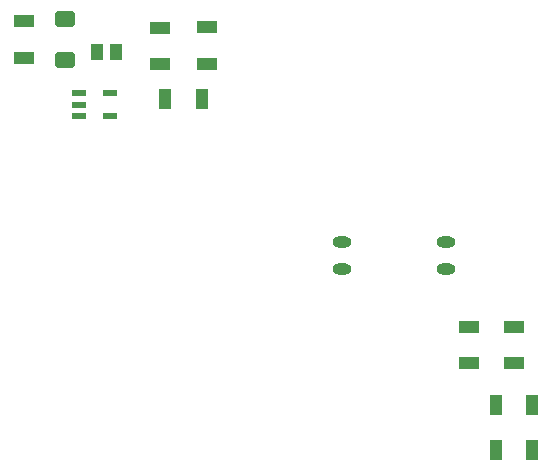
<source format=gbr>
%TF.GenerationSoftware,KiCad,Pcbnew,8.0.2*%
%TF.CreationDate,2024-07-09T10:48:30+02:00*%
%TF.ProjectId,TSAC_Voltage_Sensor,54534143-5f56-46f6-9c74-6167655f5365,rev?*%
%TF.SameCoordinates,Original*%
%TF.FileFunction,Paste,Top*%
%TF.FilePolarity,Positive*%
%FSLAX46Y46*%
G04 Gerber Fmt 4.6, Leading zero omitted, Abs format (unit mm)*
G04 Created by KiCad (PCBNEW 8.0.2) date 2024-07-09 10:48:30*
%MOMM*%
%LPD*%
G01*
G04 APERTURE LIST*
G04 Aperture macros list*
%AMRoundRect*
0 Rectangle with rounded corners*
0 $1 Rounding radius*
0 $2 $3 $4 $5 $6 $7 $8 $9 X,Y pos of 4 corners*
0 Add a 4 corners polygon primitive as box body*
4,1,4,$2,$3,$4,$5,$6,$7,$8,$9,$2,$3,0*
0 Add four circle primitives for the rounded corners*
1,1,$1+$1,$2,$3*
1,1,$1+$1,$4,$5*
1,1,$1+$1,$6,$7*
1,1,$1+$1,$8,$9*
0 Add four rect primitives between the rounded corners*
20,1,$1+$1,$2,$3,$4,$5,0*
20,1,$1+$1,$4,$5,$6,$7,0*
20,1,$1+$1,$6,$7,$8,$9,0*
20,1,$1+$1,$8,$9,$2,$3,0*%
G04 Aperture macros list end*
%ADD10RoundRect,0.250000X0.600000X-0.400000X0.600000X0.400000X-0.600000X0.400000X-0.600000X-0.400000X0*%
%ADD11R,1.800000X1.050000*%
%ADD12O,1.600000X0.950000*%
%ADD13R,1.150000X0.600000*%
%ADD14R,1.050000X1.800000*%
%ADD15R,1.070000X1.470000*%
G04 APERTURE END LIST*
D10*
%TO.C,Z1*%
X89000000Y-62250000D03*
X89000000Y-58750000D03*
%TD*%
D11*
%TO.C,R8*%
X127000000Y-87910000D03*
X127000000Y-84810000D03*
%TD*%
D12*
%TO.C,K1*%
X112440000Y-77597000D03*
X112440000Y-79883000D03*
X121240000Y-79883000D03*
X121240000Y-77597000D03*
%TD*%
D13*
%TO.C,CP1*%
X90200000Y-65050000D03*
X90200000Y-66000000D03*
X90200000Y-66950000D03*
X92800000Y-66950000D03*
X92800000Y-65050000D03*
%TD*%
D11*
%TO.C,R7*%
X123190000Y-84810000D03*
X123190000Y-87910000D03*
%TD*%
D14*
%TO.C,R4*%
X125450000Y-91440000D03*
X128550000Y-91440000D03*
%TD*%
D11*
%TO.C,R5*%
X85500000Y-58950000D03*
X85500000Y-62050000D03*
%TD*%
%TO.C,R3*%
X101000000Y-62550000D03*
X101000000Y-59450000D03*
%TD*%
D14*
%TO.C,R6*%
X100585212Y-65500000D03*
X97485212Y-65500000D03*
%TD*%
D15*
%TO.C,C1*%
X91680000Y-61500000D03*
X93320000Y-61500000D03*
%TD*%
D11*
%TO.C,R2*%
X97000000Y-62600000D03*
X97000000Y-59500000D03*
%TD*%
D14*
%TO.C,R9*%
X125450000Y-95250000D03*
X128550000Y-95250000D03*
%TD*%
M02*

</source>
